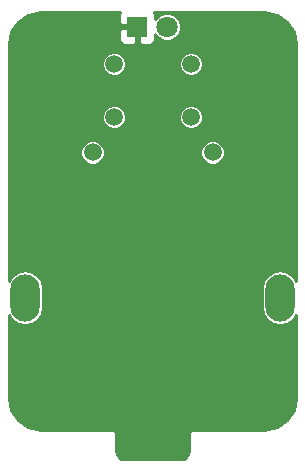
<source format=gbr>
G04 #@! TF.FileFunction,Copper,L2,Bot,Signal*
%FSLAX46Y46*%
G04 Gerber Fmt 4.6, Leading zero omitted, Abs format (unit mm)*
G04 Created by KiCad (PCBNEW 4.0.7) date 03/01/18 12:10:16*
%MOMM*%
%LPD*%
G01*
G04 APERTURE LIST*
%ADD10C,0.100000*%
%ADD11O,2.500000X4.000000*%
%ADD12C,1.800000*%
%ADD13R,1.800000X1.800000*%
%ADD14C,1.500000*%
%ADD15C,0.600000*%
%ADD16C,1.000000*%
%ADD17C,0.254000*%
G04 APERTURE END LIST*
D10*
D11*
X149399998Y-77000000D03*
X127799998Y-77000000D03*
D12*
X139839998Y-54050000D03*
D13*
X137299998Y-54050000D03*
D14*
X133519998Y-64700000D03*
X143679998Y-64700000D03*
X135349998Y-61710000D03*
X135349998Y-57210000D03*
X141849998Y-61710000D03*
X141849998Y-57210000D03*
D15*
X138540000Y-88320000D03*
X147140000Y-77030000D03*
X130180000Y-77000000D03*
X138590000Y-85530000D03*
X138590000Y-67930000D03*
D16*
X138590000Y-85530000D02*
X138590000Y-88270000D01*
X138590000Y-88270000D02*
X138540000Y-88320000D01*
D17*
G36*
X135764998Y-53023690D02*
X135764998Y-53764250D01*
X135923748Y-53923000D01*
X137172998Y-53923000D01*
X137172998Y-53903000D01*
X137426998Y-53903000D01*
X137426998Y-53923000D01*
X137446998Y-53923000D01*
X137446998Y-54177000D01*
X137426998Y-54177000D01*
X137426998Y-55426250D01*
X137585748Y-55585000D01*
X138326307Y-55585000D01*
X138559696Y-55488327D01*
X138738325Y-55309699D01*
X138834998Y-55076310D01*
X138834998Y-54699858D01*
X138841604Y-54715846D01*
X139172410Y-55047230D01*
X139604851Y-55226795D01*
X140073091Y-55227204D01*
X140505844Y-55048394D01*
X140837228Y-54717588D01*
X141016793Y-54285147D01*
X141017202Y-53816907D01*
X140838392Y-53384154D01*
X140507586Y-53052770D01*
X140075145Y-52873205D01*
X139606905Y-52872796D01*
X139174152Y-53051606D01*
X138842768Y-53382412D01*
X138834998Y-53401124D01*
X138834998Y-53023690D01*
X138753526Y-52827000D01*
X148067791Y-52827000D01*
X149120460Y-53036389D01*
X149985564Y-53614434D01*
X150563610Y-54479539D01*
X150772998Y-55532208D01*
X150772998Y-75564515D01*
X150479750Y-75125639D01*
X149984356Y-74794627D01*
X149399998Y-74678391D01*
X148815640Y-74794627D01*
X148320246Y-75125639D01*
X147989234Y-75621033D01*
X147872998Y-76205391D01*
X147872998Y-77794609D01*
X147989234Y-78378967D01*
X148320246Y-78874361D01*
X148815640Y-79205373D01*
X149399998Y-79321609D01*
X149984356Y-79205373D01*
X150479750Y-78874361D01*
X150772998Y-78435485D01*
X150772998Y-85467792D01*
X150563610Y-86520461D01*
X149985564Y-87385566D01*
X149120460Y-87963611D01*
X148067791Y-88173000D01*
X142000000Y-88173000D01*
X141874863Y-88197891D01*
X141768776Y-88268776D01*
X141697891Y-88374863D01*
X141673000Y-88500000D01*
X141673000Y-89967793D01*
X141615853Y-90255094D01*
X141471353Y-90471354D01*
X141255094Y-90615853D01*
X140967793Y-90673000D01*
X136232203Y-90673000D01*
X135944902Y-90615853D01*
X135728642Y-90471353D01*
X135584143Y-90255094D01*
X135526996Y-89967793D01*
X135526996Y-88500000D01*
X135502105Y-88374863D01*
X135431220Y-88268776D01*
X135325133Y-88197891D01*
X135199996Y-88173000D01*
X129132206Y-88173000D01*
X128079537Y-87963612D01*
X127214432Y-87385566D01*
X126636387Y-86520462D01*
X126426998Y-85467793D01*
X126426998Y-78435485D01*
X126720246Y-78874361D01*
X127215640Y-79205373D01*
X127799998Y-79321609D01*
X128384356Y-79205373D01*
X128879750Y-78874361D01*
X129210762Y-78378967D01*
X129326998Y-77794609D01*
X129326998Y-76205391D01*
X129210762Y-75621033D01*
X128879750Y-75125639D01*
X128384356Y-74794627D01*
X127799998Y-74678391D01*
X127215640Y-74794627D01*
X126720246Y-75125639D01*
X126426998Y-75564515D01*
X126426998Y-64903387D01*
X132492820Y-64903387D01*
X132648842Y-65280989D01*
X132937490Y-65570140D01*
X133314819Y-65726821D01*
X133723385Y-65727178D01*
X134100987Y-65571156D01*
X134390138Y-65282508D01*
X134546819Y-64905179D01*
X134546820Y-64903387D01*
X142652820Y-64903387D01*
X142808842Y-65280989D01*
X143097490Y-65570140D01*
X143474819Y-65726821D01*
X143883385Y-65727178D01*
X144260987Y-65571156D01*
X144550138Y-65282508D01*
X144706819Y-64905179D01*
X144707176Y-64496613D01*
X144551154Y-64119011D01*
X144262506Y-63829860D01*
X143885177Y-63673179D01*
X143476611Y-63672822D01*
X143099009Y-63828844D01*
X142809858Y-64117492D01*
X142653177Y-64494821D01*
X142652820Y-64903387D01*
X134546820Y-64903387D01*
X134547176Y-64496613D01*
X134391154Y-64119011D01*
X134102506Y-63829860D01*
X133725177Y-63673179D01*
X133316611Y-63672822D01*
X132939009Y-63828844D01*
X132649858Y-64117492D01*
X132493177Y-64494821D01*
X132492820Y-64903387D01*
X126426998Y-64903387D01*
X126426998Y-61913387D01*
X134322820Y-61913387D01*
X134478842Y-62290989D01*
X134767490Y-62580140D01*
X135144819Y-62736821D01*
X135553385Y-62737178D01*
X135930987Y-62581156D01*
X136220138Y-62292508D01*
X136376819Y-61915179D01*
X136376820Y-61913387D01*
X140822820Y-61913387D01*
X140978842Y-62290989D01*
X141267490Y-62580140D01*
X141644819Y-62736821D01*
X142053385Y-62737178D01*
X142430987Y-62581156D01*
X142720138Y-62292508D01*
X142876819Y-61915179D01*
X142877176Y-61506613D01*
X142721154Y-61129011D01*
X142432506Y-60839860D01*
X142055177Y-60683179D01*
X141646611Y-60682822D01*
X141269009Y-60838844D01*
X140979858Y-61127492D01*
X140823177Y-61504821D01*
X140822820Y-61913387D01*
X136376820Y-61913387D01*
X136377176Y-61506613D01*
X136221154Y-61129011D01*
X135932506Y-60839860D01*
X135555177Y-60683179D01*
X135146611Y-60682822D01*
X134769009Y-60838844D01*
X134479858Y-61127492D01*
X134323177Y-61504821D01*
X134322820Y-61913387D01*
X126426998Y-61913387D01*
X126426998Y-57413387D01*
X134322820Y-57413387D01*
X134478842Y-57790989D01*
X134767490Y-58080140D01*
X135144819Y-58236821D01*
X135553385Y-58237178D01*
X135930987Y-58081156D01*
X136220138Y-57792508D01*
X136376819Y-57415179D01*
X136376820Y-57413387D01*
X140822820Y-57413387D01*
X140978842Y-57790989D01*
X141267490Y-58080140D01*
X141644819Y-58236821D01*
X142053385Y-58237178D01*
X142430987Y-58081156D01*
X142720138Y-57792508D01*
X142876819Y-57415179D01*
X142877176Y-57006613D01*
X142721154Y-56629011D01*
X142432506Y-56339860D01*
X142055177Y-56183179D01*
X141646611Y-56182822D01*
X141269009Y-56338844D01*
X140979858Y-56627492D01*
X140823177Y-57004821D01*
X140822820Y-57413387D01*
X136376820Y-57413387D01*
X136377176Y-57006613D01*
X136221154Y-56629011D01*
X135932506Y-56339860D01*
X135555177Y-56183179D01*
X135146611Y-56182822D01*
X134769009Y-56338844D01*
X134479858Y-56627492D01*
X134323177Y-57004821D01*
X134322820Y-57413387D01*
X126426998Y-57413387D01*
X126426998Y-55532207D01*
X126636387Y-54479538D01*
X126732463Y-54335750D01*
X135764998Y-54335750D01*
X135764998Y-55076310D01*
X135861671Y-55309699D01*
X136040300Y-55488327D01*
X136273689Y-55585000D01*
X137014248Y-55585000D01*
X137172998Y-55426250D01*
X137172998Y-54177000D01*
X135923748Y-54177000D01*
X135764998Y-54335750D01*
X126732463Y-54335750D01*
X127214432Y-53614434D01*
X128079537Y-53036388D01*
X129132206Y-52827000D01*
X135846470Y-52827000D01*
X135764998Y-53023690D01*
X135764998Y-53023690D01*
G37*
X135764998Y-53023690D02*
X135764998Y-53764250D01*
X135923748Y-53923000D01*
X137172998Y-53923000D01*
X137172998Y-53903000D01*
X137426998Y-53903000D01*
X137426998Y-53923000D01*
X137446998Y-53923000D01*
X137446998Y-54177000D01*
X137426998Y-54177000D01*
X137426998Y-55426250D01*
X137585748Y-55585000D01*
X138326307Y-55585000D01*
X138559696Y-55488327D01*
X138738325Y-55309699D01*
X138834998Y-55076310D01*
X138834998Y-54699858D01*
X138841604Y-54715846D01*
X139172410Y-55047230D01*
X139604851Y-55226795D01*
X140073091Y-55227204D01*
X140505844Y-55048394D01*
X140837228Y-54717588D01*
X141016793Y-54285147D01*
X141017202Y-53816907D01*
X140838392Y-53384154D01*
X140507586Y-53052770D01*
X140075145Y-52873205D01*
X139606905Y-52872796D01*
X139174152Y-53051606D01*
X138842768Y-53382412D01*
X138834998Y-53401124D01*
X138834998Y-53023690D01*
X138753526Y-52827000D01*
X148067791Y-52827000D01*
X149120460Y-53036389D01*
X149985564Y-53614434D01*
X150563610Y-54479539D01*
X150772998Y-55532208D01*
X150772998Y-75564515D01*
X150479750Y-75125639D01*
X149984356Y-74794627D01*
X149399998Y-74678391D01*
X148815640Y-74794627D01*
X148320246Y-75125639D01*
X147989234Y-75621033D01*
X147872998Y-76205391D01*
X147872998Y-77794609D01*
X147989234Y-78378967D01*
X148320246Y-78874361D01*
X148815640Y-79205373D01*
X149399998Y-79321609D01*
X149984356Y-79205373D01*
X150479750Y-78874361D01*
X150772998Y-78435485D01*
X150772998Y-85467792D01*
X150563610Y-86520461D01*
X149985564Y-87385566D01*
X149120460Y-87963611D01*
X148067791Y-88173000D01*
X142000000Y-88173000D01*
X141874863Y-88197891D01*
X141768776Y-88268776D01*
X141697891Y-88374863D01*
X141673000Y-88500000D01*
X141673000Y-89967793D01*
X141615853Y-90255094D01*
X141471353Y-90471354D01*
X141255094Y-90615853D01*
X140967793Y-90673000D01*
X136232203Y-90673000D01*
X135944902Y-90615853D01*
X135728642Y-90471353D01*
X135584143Y-90255094D01*
X135526996Y-89967793D01*
X135526996Y-88500000D01*
X135502105Y-88374863D01*
X135431220Y-88268776D01*
X135325133Y-88197891D01*
X135199996Y-88173000D01*
X129132206Y-88173000D01*
X128079537Y-87963612D01*
X127214432Y-87385566D01*
X126636387Y-86520462D01*
X126426998Y-85467793D01*
X126426998Y-78435485D01*
X126720246Y-78874361D01*
X127215640Y-79205373D01*
X127799998Y-79321609D01*
X128384356Y-79205373D01*
X128879750Y-78874361D01*
X129210762Y-78378967D01*
X129326998Y-77794609D01*
X129326998Y-76205391D01*
X129210762Y-75621033D01*
X128879750Y-75125639D01*
X128384356Y-74794627D01*
X127799998Y-74678391D01*
X127215640Y-74794627D01*
X126720246Y-75125639D01*
X126426998Y-75564515D01*
X126426998Y-64903387D01*
X132492820Y-64903387D01*
X132648842Y-65280989D01*
X132937490Y-65570140D01*
X133314819Y-65726821D01*
X133723385Y-65727178D01*
X134100987Y-65571156D01*
X134390138Y-65282508D01*
X134546819Y-64905179D01*
X134546820Y-64903387D01*
X142652820Y-64903387D01*
X142808842Y-65280989D01*
X143097490Y-65570140D01*
X143474819Y-65726821D01*
X143883385Y-65727178D01*
X144260987Y-65571156D01*
X144550138Y-65282508D01*
X144706819Y-64905179D01*
X144707176Y-64496613D01*
X144551154Y-64119011D01*
X144262506Y-63829860D01*
X143885177Y-63673179D01*
X143476611Y-63672822D01*
X143099009Y-63828844D01*
X142809858Y-64117492D01*
X142653177Y-64494821D01*
X142652820Y-64903387D01*
X134546820Y-64903387D01*
X134547176Y-64496613D01*
X134391154Y-64119011D01*
X134102506Y-63829860D01*
X133725177Y-63673179D01*
X133316611Y-63672822D01*
X132939009Y-63828844D01*
X132649858Y-64117492D01*
X132493177Y-64494821D01*
X132492820Y-64903387D01*
X126426998Y-64903387D01*
X126426998Y-61913387D01*
X134322820Y-61913387D01*
X134478842Y-62290989D01*
X134767490Y-62580140D01*
X135144819Y-62736821D01*
X135553385Y-62737178D01*
X135930987Y-62581156D01*
X136220138Y-62292508D01*
X136376819Y-61915179D01*
X136376820Y-61913387D01*
X140822820Y-61913387D01*
X140978842Y-62290989D01*
X141267490Y-62580140D01*
X141644819Y-62736821D01*
X142053385Y-62737178D01*
X142430987Y-62581156D01*
X142720138Y-62292508D01*
X142876819Y-61915179D01*
X142877176Y-61506613D01*
X142721154Y-61129011D01*
X142432506Y-60839860D01*
X142055177Y-60683179D01*
X141646611Y-60682822D01*
X141269009Y-60838844D01*
X140979858Y-61127492D01*
X140823177Y-61504821D01*
X140822820Y-61913387D01*
X136376820Y-61913387D01*
X136377176Y-61506613D01*
X136221154Y-61129011D01*
X135932506Y-60839860D01*
X135555177Y-60683179D01*
X135146611Y-60682822D01*
X134769009Y-60838844D01*
X134479858Y-61127492D01*
X134323177Y-61504821D01*
X134322820Y-61913387D01*
X126426998Y-61913387D01*
X126426998Y-57413387D01*
X134322820Y-57413387D01*
X134478842Y-57790989D01*
X134767490Y-58080140D01*
X135144819Y-58236821D01*
X135553385Y-58237178D01*
X135930987Y-58081156D01*
X136220138Y-57792508D01*
X136376819Y-57415179D01*
X136376820Y-57413387D01*
X140822820Y-57413387D01*
X140978842Y-57790989D01*
X141267490Y-58080140D01*
X141644819Y-58236821D01*
X142053385Y-58237178D01*
X142430987Y-58081156D01*
X142720138Y-57792508D01*
X142876819Y-57415179D01*
X142877176Y-57006613D01*
X142721154Y-56629011D01*
X142432506Y-56339860D01*
X142055177Y-56183179D01*
X141646611Y-56182822D01*
X141269009Y-56338844D01*
X140979858Y-56627492D01*
X140823177Y-57004821D01*
X140822820Y-57413387D01*
X136376820Y-57413387D01*
X136377176Y-57006613D01*
X136221154Y-56629011D01*
X135932506Y-56339860D01*
X135555177Y-56183179D01*
X135146611Y-56182822D01*
X134769009Y-56338844D01*
X134479858Y-56627492D01*
X134323177Y-57004821D01*
X134322820Y-57413387D01*
X126426998Y-57413387D01*
X126426998Y-55532207D01*
X126636387Y-54479538D01*
X126732463Y-54335750D01*
X135764998Y-54335750D01*
X135764998Y-55076310D01*
X135861671Y-55309699D01*
X136040300Y-55488327D01*
X136273689Y-55585000D01*
X137014248Y-55585000D01*
X137172998Y-55426250D01*
X137172998Y-54177000D01*
X135923748Y-54177000D01*
X135764998Y-54335750D01*
X126732463Y-54335750D01*
X127214432Y-53614434D01*
X128079537Y-53036388D01*
X129132206Y-52827000D01*
X135846470Y-52827000D01*
X135764998Y-53023690D01*
M02*

</source>
